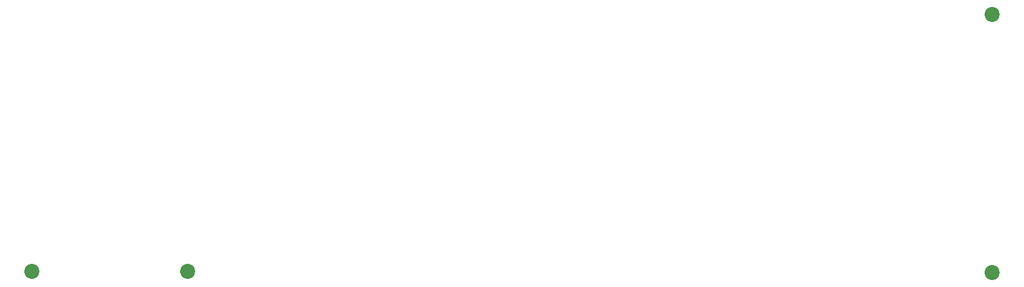
<source format=gbr>
%TF.GenerationSoftware,Altium Limited,Altium Designer,22.4.2 (48)*%
G04 Layer_Color=0*
%FSLAX45Y45*%
%MOMM*%
%TF.SameCoordinates,DD45EC1B-027E-4741-A071-7A00BA1CB46E*%
%TF.FilePolarity,Positive*%
%TF.FileFunction,NonPlated,1,6,NPTH,Drill*%
%TF.Part,Single*%
G01*
G75*
%TA.AperFunction,ComponentDrill*%
%ADD172C,2.20000*%
%ADD173C,2.20000*%
D172*
X2660000Y1625000D02*
D03*
X4940001Y1625000D02*
D03*
D173*
X16700000Y1610000D02*
D03*
Y5390000D02*
D03*
%TF.MD5,d5887d03776e8b58e8caf09296ee00b7*%
M02*

</source>
